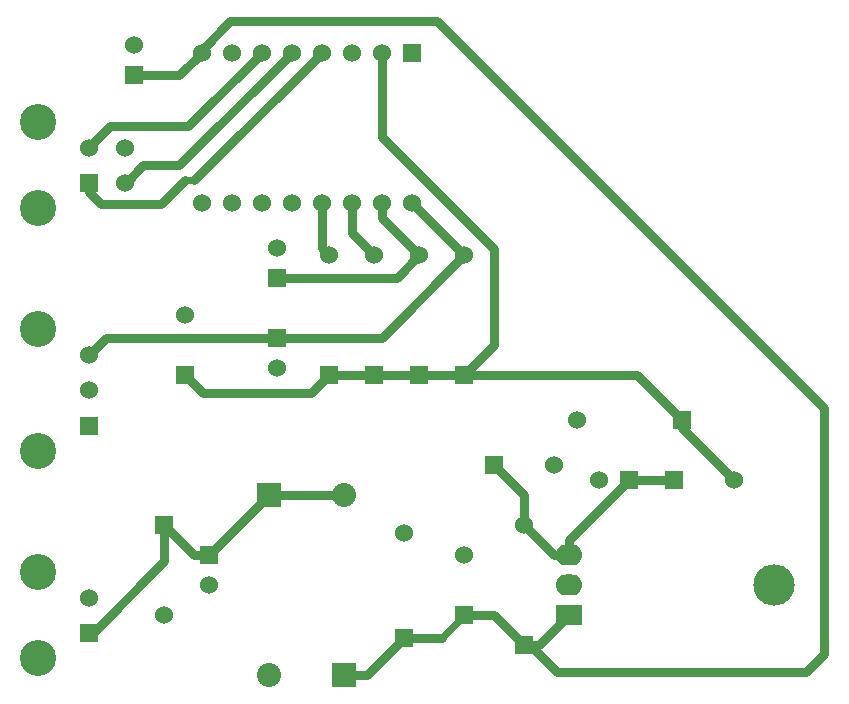
<source format=gbr>
G04 #@! TF.FileFunction,Copper,L1,Top,Signal*
%FSLAX46Y46*%
G04 Gerber Fmt 4.6, Leading zero omitted, Abs format (unit mm)*
G04 Created by KiCad (PCBNEW 4.0.4-stable) date 07/19/17 07:42:17*
%MOMM*%
%LPD*%
G01*
G04 APERTURE LIST*
%ADD10C,0.100000*%
%ADD11R,1.524000X1.524000*%
%ADD12C,1.524000*%
%ADD13C,3.048000*%
%ADD14O,3.500000X3.500000*%
%ADD15O,2.286000X1.778000*%
%ADD16R,2.286000X1.778000*%
%ADD17R,2.032000X2.032000*%
%ADD18C,2.032000*%
%ADD19C,0.800000*%
%ADD20C,0.600000*%
G04 APERTURE END LIST*
D10*
D11*
X113030000Y-86820000D03*
D12*
X113030000Y-80820000D03*
D13*
X108710000Y-88980000D03*
X108710000Y-78660000D03*
D12*
X113030000Y-83820000D03*
D11*
X113030000Y-66270000D03*
D12*
X113030000Y-63270000D03*
D13*
X108710000Y-68430000D03*
X108710000Y-61110000D03*
D12*
X116030000Y-66270000D03*
X116030000Y-63270000D03*
D11*
X113030000Y-104370000D03*
D12*
X113030000Y-101370000D03*
D13*
X108710000Y-106530000D03*
X108710000Y-99210000D03*
D14*
X170965000Y-100330000D03*
D15*
X153670000Y-97790000D03*
X153670000Y-100330000D03*
D16*
X153670000Y-102870000D03*
D11*
X163195000Y-86360000D03*
D12*
X154305000Y-86360000D03*
D11*
X139700000Y-104775000D03*
D12*
X139700000Y-95885000D03*
X123190000Y-100330000D03*
D11*
X123190000Y-97790000D03*
D12*
X116840000Y-54610000D03*
D11*
X116840000Y-57150000D03*
X144780000Y-102870000D03*
D12*
X144780000Y-97790000D03*
D11*
X147320000Y-90170000D03*
D12*
X152400000Y-90170000D03*
X156210000Y-91440000D03*
D11*
X158750000Y-91440000D03*
D12*
X128905000Y-81915000D03*
D11*
X128905000Y-79375000D03*
D12*
X128905000Y-71755000D03*
D11*
X128905000Y-74295000D03*
X121158000Y-82550000D03*
D12*
X121158000Y-77470000D03*
D17*
X128270000Y-92710000D03*
D18*
X128270000Y-107950000D03*
D17*
X134620000Y-107950000D03*
D18*
X134620000Y-92710000D03*
D11*
X149860000Y-105410000D03*
D12*
X149860000Y-95250000D03*
D11*
X162560000Y-91440000D03*
D12*
X167640000Y-91440000D03*
D11*
X119380000Y-95250000D03*
D12*
X119380000Y-102870000D03*
D11*
X144780000Y-82550000D03*
D12*
X144780000Y-72390000D03*
D11*
X140970000Y-82550000D03*
D12*
X140970000Y-72390000D03*
D11*
X137160000Y-82550000D03*
D12*
X137160000Y-72390000D03*
D11*
X133350000Y-82550000D03*
D12*
X133350000Y-72390000D03*
D11*
X140335000Y-55245000D03*
D12*
X140335000Y-67945000D03*
X132715000Y-55245000D03*
X135255000Y-55245000D03*
X137795000Y-55245000D03*
X132715000Y-67945000D03*
X135255000Y-67945000D03*
X137795000Y-67945000D03*
X130175000Y-67945000D03*
X127635000Y-67945000D03*
X125095000Y-67945000D03*
X130175000Y-55245000D03*
X127635000Y-55245000D03*
X125095000Y-55245000D03*
X122555000Y-55245000D03*
X122555000Y-67945000D03*
D19*
X128270000Y-92710000D02*
X134620000Y-92710000D01*
D20*
X113030000Y-104370000D02*
X113308000Y-104370000D01*
D19*
X113308000Y-104370000D02*
X119380000Y-98298000D01*
X119380000Y-98298000D02*
X119380000Y-95250000D01*
X119380000Y-95250000D02*
X121920000Y-97790000D01*
X121920000Y-97790000D02*
X123190000Y-97790000D01*
X123190000Y-97790000D02*
X128270000Y-92710000D01*
X145034000Y-55118000D02*
X175260000Y-85344000D01*
X124968000Y-52578000D02*
X142494000Y-52578000D01*
X142494000Y-52578000D02*
X145034000Y-55118000D01*
X122555000Y-54991000D02*
X124968000Y-52578000D01*
X152654000Y-107696000D02*
X150368000Y-105410000D01*
X173736000Y-107696000D02*
X152654000Y-107696000D01*
X175260000Y-106172000D02*
X173736000Y-107696000D01*
X175260000Y-85344000D02*
X175260000Y-106172000D01*
D20*
X150368000Y-105410000D02*
X149860000Y-105410000D01*
X122555000Y-55245000D02*
X122555000Y-54991000D01*
D19*
X116840000Y-57150000D02*
X120650000Y-57150000D01*
X120650000Y-57150000D02*
X122555000Y-55245000D01*
X144780000Y-102870000D02*
X147320000Y-102870000D01*
X147320000Y-102870000D02*
X149860000Y-105410000D01*
X149860000Y-105410000D02*
X151130000Y-105410000D01*
X134620000Y-107950000D02*
X136525000Y-107950000D01*
X136525000Y-107950000D02*
X139700000Y-104775000D01*
X139700000Y-104775000D02*
X142875000Y-104775000D01*
D20*
X142875000Y-104775000D02*
X144780000Y-102870000D01*
D19*
X151130000Y-105410000D02*
X153670000Y-102870000D01*
X153670000Y-97790000D02*
X153670000Y-96520000D01*
X153670000Y-97790000D02*
X152400000Y-97790000D01*
X158750000Y-91440000D02*
X162560000Y-91440000D01*
X153670000Y-96520000D02*
X158750000Y-91440000D01*
X152400000Y-97790000D02*
X149860000Y-95250000D01*
X149860000Y-95250000D02*
X149860000Y-92710000D01*
X149860000Y-92710000D02*
X147320000Y-90170000D01*
X128905000Y-79375000D02*
X114475000Y-79375000D01*
X114475000Y-79375000D02*
X113030000Y-80820000D01*
X128905000Y-79375000D02*
X137795000Y-79375000D01*
X137795000Y-79375000D02*
X144780000Y-72390000D01*
X144780000Y-72390000D02*
X140335000Y-67945000D01*
X128905000Y-74295000D02*
X139065000Y-74295000D01*
X139065000Y-74295000D02*
X140970000Y-72390000D01*
X137795000Y-67945000D02*
X137795000Y-69215000D01*
X137795000Y-69215000D02*
X140970000Y-72390000D01*
D20*
X163195000Y-86360000D02*
X163195000Y-86995000D01*
D19*
X163195000Y-86995000D02*
X167640000Y-91440000D01*
X144780000Y-82550000D02*
X159385000Y-82550000D01*
X159385000Y-82550000D02*
X163195000Y-86360000D01*
X140970000Y-82550000D02*
X144780000Y-82550000D01*
X133350000Y-82550000D02*
X137160000Y-82550000D01*
X137160000Y-82550000D02*
X140970000Y-82550000D01*
X137795000Y-55245000D02*
X137795000Y-62357000D01*
X137795000Y-62357000D02*
X147320000Y-71882000D01*
X147320000Y-71882000D02*
X147320000Y-80010000D01*
X147320000Y-80010000D02*
X144780000Y-82550000D01*
X133350000Y-82550000D02*
X131826000Y-84074000D01*
X122682000Y-84074000D02*
X121158000Y-82550000D01*
X131826000Y-84074000D02*
X122682000Y-84074000D01*
X113030000Y-66270000D02*
X113030000Y-67056000D01*
X121920000Y-66040000D02*
X132715000Y-55245000D01*
D20*
X121158000Y-66040000D02*
X121920000Y-66040000D01*
D19*
X119126000Y-68072000D02*
X121158000Y-66040000D01*
X114046000Y-68072000D02*
X119126000Y-68072000D01*
X113030000Y-67056000D02*
X114046000Y-68072000D01*
D20*
X113030000Y-63270000D02*
X113030000Y-63246000D01*
D19*
X113030000Y-63246000D02*
X114808000Y-61468000D01*
X121412000Y-61468000D02*
X127635000Y-55245000D01*
X114808000Y-61468000D02*
X121412000Y-61468000D01*
D20*
X113030000Y-63270000D02*
X113260000Y-63270000D01*
X116030000Y-66270000D02*
X116102000Y-66270000D01*
D19*
X116102000Y-66270000D02*
X117602000Y-64770000D01*
X117602000Y-64770000D02*
X120650000Y-64770000D01*
X120650000Y-64770000D02*
X130175000Y-55245000D01*
X130175000Y-55245000D02*
X130175000Y-55499000D01*
X135255000Y-67945000D02*
X135255000Y-70485000D01*
X135255000Y-70485000D02*
X137160000Y-72390000D01*
X132715000Y-67945000D02*
X132715000Y-71755000D01*
X132715000Y-71755000D02*
X133350000Y-72390000D01*
M02*

</source>
